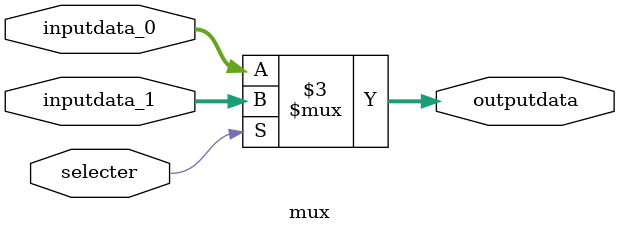
<source format=v>
`timescale 1ns / 1ps
module mux
(
input [31:0] inputdata_0 , 
input [31:0] inputdata_1 , 
input selecter ,

output reg [31:0] outputdata 
);

always @ (*) begin

if (selecter) begin 
outputdata <= inputdata_1;
end  

else begin 
outputdata <= inputdata_0;
end 

end 


endmodule

</source>
